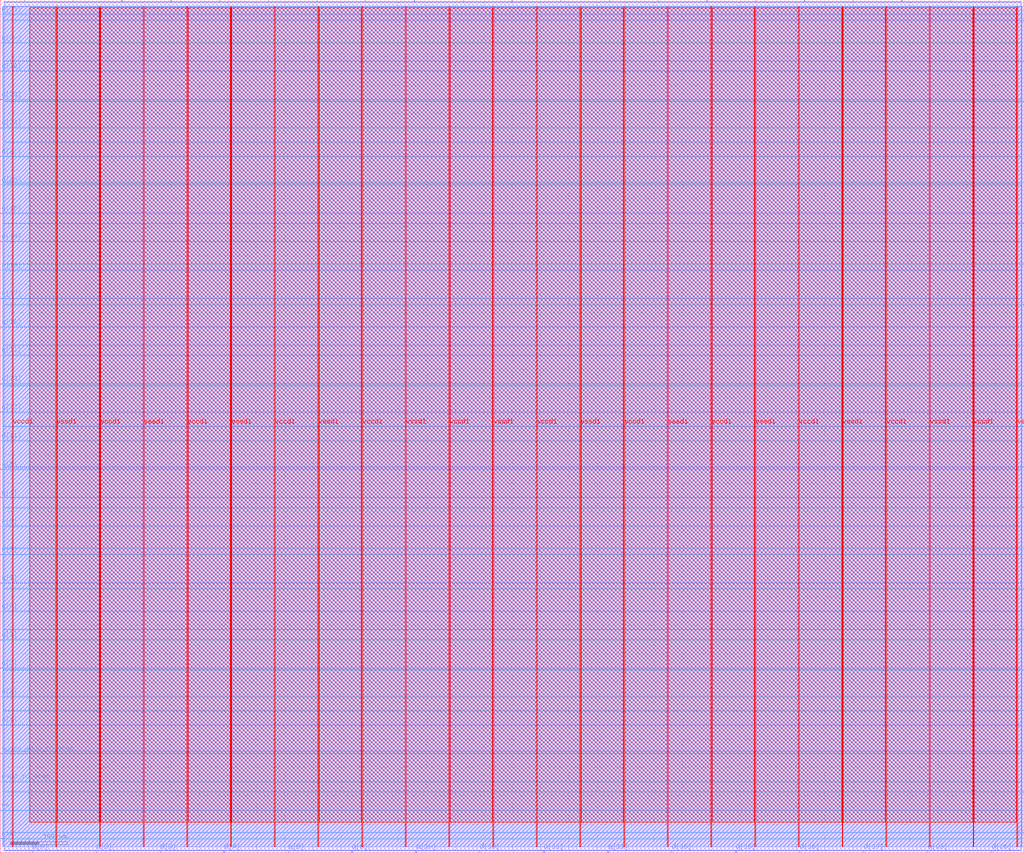
<source format=lef>
VERSION 5.7 ;
  NOWIREEXTENSIONATPIN ON ;
  DIVIDERCHAR "/" ;
  BUSBITCHARS "[]" ;
MACRO custom_sram
  CLASS BLOCK ;
  FOREIGN custom_sram ;
  ORIGIN 0.000 0.000 ;
  SIZE 1800.000 BY 1500.000 ;
  PIN a[0]
    DIRECTION INPUT ;
    USE SIGNAL ;
    PORT
      LAYER met3 ;
        RECT 1796.000 35.400 1800.000 36.000 ;
    END
  END a[0]
  PIN a[10]
    DIRECTION INPUT ;
    USE SIGNAL ;
    PORT
      LAYER met2 ;
        RECT 731.030 0.000 731.310 4.000 ;
    END
  END a[10]
  PIN a[11]
    DIRECTION INPUT ;
    USE SIGNAL ;
    PORT
      LAYER met2 ;
        RECT 955.970 0.000 956.250 4.000 ;
    END
  END a[11]
  PIN a[12]
    DIRECTION INPUT ;
    USE SIGNAL ;
    PORT
      LAYER met2 ;
        RECT 642.710 1496.000 642.990 1500.000 ;
    END
  END a[12]
  PIN a[13]
    DIRECTION INPUT ;
    USE SIGNAL ;
    PORT
      LAYER met3 ;
        RECT 1796.000 606.600 1800.000 607.200 ;
    END
  END a[13]
  PIN a[14]
    DIRECTION INPUT ;
    USE SIGNAL ;
    PORT
      LAYER met2 ;
        RECT 814.290 1496.000 814.570 1500.000 ;
    END
  END a[14]
  PIN a[15]
    DIRECTION INPUT ;
    USE SIGNAL ;
    PORT
      LAYER met3 ;
        RECT 1796.000 749.400 1800.000 750.000 ;
    END
  END a[15]
  PIN a[16]
    DIRECTION INPUT ;
    USE SIGNAL ;
    PORT
      LAYER met3 ;
        RECT 0.000 924.160 4.000 924.760 ;
    END
  END a[16]
  PIN a[17]
    DIRECTION INPUT ;
    USE SIGNAL ;
    PORT
      LAYER met3 ;
        RECT 0.000 974.480 4.000 975.080 ;
    END
  END a[17]
  PIN a[18]
    DIRECTION INPUT ;
    USE SIGNAL ;
    PORT
      LAYER met3 ;
        RECT 0.000 1024.120 4.000 1024.720 ;
    END
  END a[18]
  PIN a[19]
    DIRECTION INPUT ;
    USE SIGNAL ;
    PORT
      LAYER met3 ;
        RECT 1796.000 820.800 1800.000 821.400 ;
    END
  END a[19]
  PIN a[1]
    DIRECTION INPUT ;
    USE SIGNAL ;
    PORT
      LAYER met3 ;
        RECT 0.000 224.440 4.000 225.040 ;
    END
  END a[1]
  PIN a[2]
    DIRECTION INPUT ;
    USE SIGNAL ;
    PORT
      LAYER met3 ;
        RECT 0.000 274.080 4.000 274.680 ;
    END
  END a[2]
  PIN a[3]
    DIRECTION INPUT ;
    USE SIGNAL ;
    PORT
      LAYER met2 ;
        RECT 168.450 0.000 168.730 4.000 ;
    END
  END a[3]
  PIN a[4]
    DIRECTION INPUT ;
    USE SIGNAL ;
    PORT
      LAYER met3 ;
        RECT 1796.000 178.200 1800.000 178.800 ;
    END
  END a[4]
  PIN a[5]
    DIRECTION INPUT ;
    USE SIGNAL ;
    PORT
      LAYER met3 ;
        RECT 0.000 474.000 4.000 474.600 ;
    END
  END a[5]
  PIN a[6]
    DIRECTION INPUT ;
    USE SIGNAL ;
    PORT
      LAYER met3 ;
        RECT 0.000 573.960 4.000 574.560 ;
    END
  END a[6]
  PIN a[7]
    DIRECTION INPUT ;
    USE SIGNAL ;
    PORT
      LAYER met3 ;
        RECT 1796.000 249.600 1800.000 250.200 ;
    END
  END a[7]
  PIN a[8]
    DIRECTION INPUT ;
    USE SIGNAL ;
    PORT
      LAYER met3 ;
        RECT 0.000 673.920 4.000 674.520 ;
    END
  END a[8]
  PIN a[9]
    DIRECTION INPUT ;
    USE SIGNAL ;
    PORT
      LAYER met2 ;
        RECT 471.130 1496.000 471.410 1500.000 ;
    END
  END a[9]
  PIN clk
    DIRECTION INPUT ;
    USE SIGNAL ;
    PORT
      LAYER met3 ;
        RECT 0.000 24.520 4.000 25.120 ;
    END
  END clk
  PIN csb0_to_sram
    DIRECTION INPUT ;
    USE SIGNAL ;
    PORT
      LAYER met3 ;
        RECT 0.000 124.480 4.000 125.080 ;
    END
  END csb0_to_sram
  PIN d[0]
    DIRECTION INPUT ;
    USE SIGNAL ;
    PORT
      LAYER met2 ;
        RECT 56.210 0.000 56.490 4.000 ;
    END
  END d[0]
  PIN d[10]
    DIRECTION INPUT ;
    USE SIGNAL ;
    PORT
      LAYER met2 ;
        RECT 843.270 0.000 843.550 4.000 ;
    END
  END d[10]
  PIN d[11]
    DIRECTION INPUT ;
    USE SIGNAL ;
    PORT
      LAYER met3 ;
        RECT 0.000 724.240 4.000 724.840 ;
    END
  END d[11]
  PIN d[12]
    DIRECTION INPUT ;
    USE SIGNAL ;
    PORT
      LAYER met2 ;
        RECT 728.270 1496.000 728.550 1500.000 ;
    END
  END d[12]
  PIN d[13]
    DIRECTION INPUT ;
    USE SIGNAL ;
    PORT
      LAYER met3 ;
        RECT 0.000 824.200 4.000 824.800 ;
    END
  END d[13]
  PIN d[14]
    DIRECTION INPUT ;
    USE SIGNAL ;
    PORT
      LAYER met3 ;
        RECT 1796.000 678.000 1800.000 678.600 ;
    END
  END d[14]
  PIN d[15]
    DIRECTION INPUT ;
    USE SIGNAL ;
    PORT
      LAYER met2 ;
        RECT 1180.910 0.000 1181.190 4.000 ;
    END
  END d[15]
  PIN d[16]
    DIRECTION INPUT ;
    USE SIGNAL ;
    PORT
      LAYER met2 ;
        RECT 1405.850 0.000 1406.130 4.000 ;
    END
  END d[16]
  PIN d[17]
    DIRECTION INPUT ;
    USE SIGNAL ;
    PORT
      LAYER met2 ;
        RECT 1518.550 0.000 1518.830 4.000 ;
    END
  END d[17]
  PIN d[18]
    DIRECTION INPUT ;
    USE SIGNAL ;
    PORT
      LAYER met3 ;
        RECT 0.000 1074.440 4.000 1075.040 ;
    END
  END d[18]
  PIN d[19]
    DIRECTION INPUT ;
    USE SIGNAL ;
    PORT
      LAYER met2 ;
        RECT 1156.990 1496.000 1157.270 1500.000 ;
    END
  END d[19]
  PIN d[1]
    DIRECTION INPUT ;
    USE SIGNAL ;
    PORT
      LAYER met2 ;
        RECT 42.870 1496.000 43.150 1500.000 ;
    END
  END d[1]
  PIN d[20]
    DIRECTION INPUT ;
    USE SIGNAL ;
    PORT
      LAYER met3 ;
        RECT 0.000 1174.400 4.000 1175.000 ;
    END
  END d[20]
  PIN d[21]
    DIRECTION INPUT ;
    USE SIGNAL ;
    PORT
      LAYER met2 ;
        RECT 1328.570 1496.000 1328.850 1500.000 ;
    END
  END d[21]
  PIN d[22]
    DIRECTION INPUT ;
    USE SIGNAL ;
    PORT
      LAYER met2 ;
        RECT 1414.130 1496.000 1414.410 1500.000 ;
    END
  END d[22]
  PIN d[23]
    DIRECTION INPUT ;
    USE SIGNAL ;
    PORT
      LAYER met3 ;
        RECT 0.000 1224.040 4.000 1224.640 ;
    END
  END d[23]
  PIN d[24]
    DIRECTION INPUT ;
    USE SIGNAL ;
    PORT
      LAYER met3 ;
        RECT 0.000 1274.360 4.000 1274.960 ;
    END
  END d[24]
  PIN d[25]
    DIRECTION INPUT ;
    USE SIGNAL ;
    PORT
      LAYER met2 ;
        RECT 1499.690 1496.000 1499.970 1500.000 ;
    END
  END d[25]
  PIN d[26]
    DIRECTION INPUT ;
    USE SIGNAL ;
    PORT
      LAYER met2 ;
        RECT 1743.490 0.000 1743.770 4.000 ;
    END
  END d[26]
  PIN d[27]
    DIRECTION INPUT ;
    USE SIGNAL ;
    PORT
      LAYER met3 ;
        RECT 1796.000 1249.200 1800.000 1249.800 ;
    END
  END d[27]
  PIN d[28]
    DIRECTION INPUT ;
    USE SIGNAL ;
    PORT
      LAYER met3 ;
        RECT 0.000 1324.000 4.000 1324.600 ;
    END
  END d[28]
  PIN d[29]
    DIRECTION INPUT ;
    USE SIGNAL ;
    PORT
      LAYER met3 ;
        RECT 1796.000 1392.000 1800.000 1392.600 ;
    END
  END d[29]
  PIN d[2]
    DIRECTION INPUT ;
    USE SIGNAL ;
    PORT
      LAYER met2 ;
        RECT 213.990 1496.000 214.270 1500.000 ;
    END
  END d[2]
  PIN d[30]
    DIRECTION INPUT ;
    USE SIGNAL ;
    PORT
      LAYER met3 ;
        RECT 0.000 1374.320 4.000 1374.920 ;
    END
  END d[30]
  PIN d[31]
    DIRECTION INPUT ;
    USE SIGNAL ;
    PORT
      LAYER met3 ;
        RECT 0.000 1474.280 4.000 1474.880 ;
    END
  END d[31]
  PIN d[3]
    DIRECTION INPUT ;
    USE SIGNAL ;
    PORT
      LAYER met2 ;
        RECT 281.150 0.000 281.430 4.000 ;
    END
  END d[3]
  PIN d[4]
    DIRECTION INPUT ;
    USE SIGNAL ;
    PORT
      LAYER met2 ;
        RECT 393.390 0.000 393.670 4.000 ;
    END
  END d[4]
  PIN d[5]
    DIRECTION INPUT ;
    USE SIGNAL ;
    PORT
      LAYER met3 ;
        RECT 0.000 524.320 4.000 524.920 ;
    END
  END d[5]
  PIN d[6]
    DIRECTION INPUT ;
    USE SIGNAL ;
    PORT
      LAYER met2 ;
        RECT 300.010 1496.000 300.290 1500.000 ;
    END
  END d[6]
  PIN d[7]
    DIRECTION INPUT ;
    USE SIGNAL ;
    PORT
      LAYER met3 ;
        RECT 1796.000 321.000 1800.000 321.600 ;
    END
  END d[7]
  PIN d[8]
    DIRECTION INPUT ;
    USE SIGNAL ;
    PORT
      LAYER met2 ;
        RECT 385.570 1496.000 385.850 1500.000 ;
    END
  END d[8]
  PIN d[9]
    DIRECTION INPUT ;
    USE SIGNAL ;
    PORT
      LAYER met2 ;
        RECT 557.150 1496.000 557.430 1500.000 ;
    END
  END d[9]
  PIN q[0]
    DIRECTION OUTPUT TRISTATE ;
    USE SIGNAL ;
    PORT
      LAYER met3 ;
        RECT 1796.000 106.800 1800.000 107.400 ;
    END
  END q[0]
  PIN q[10]
    DIRECTION OUTPUT TRISTATE ;
    USE SIGNAL ;
    PORT
      LAYER met3 ;
        RECT 1796.000 535.200 1800.000 535.800 ;
    END
  END q[10]
  PIN q[11]
    DIRECTION OUTPUT TRISTATE ;
    USE SIGNAL ;
    PORT
      LAYER met2 ;
        RECT 1068.670 0.000 1068.950 4.000 ;
    END
  END q[11]
  PIN q[12]
    DIRECTION OUTPUT TRISTATE ;
    USE SIGNAL ;
    PORT
      LAYER met3 ;
        RECT 0.000 774.560 4.000 775.160 ;
    END
  END q[12]
  PIN q[13]
    DIRECTION OUTPUT TRISTATE ;
    USE SIGNAL ;
    PORT
      LAYER met3 ;
        RECT 0.000 874.520 4.000 875.120 ;
    END
  END q[13]
  PIN q[14]
    DIRECTION OUTPUT TRISTATE ;
    USE SIGNAL ;
    PORT
      LAYER met2 ;
        RECT 899.850 1496.000 900.130 1500.000 ;
    END
  END q[14]
  PIN q[15]
    DIRECTION OUTPUT TRISTATE ;
    USE SIGNAL ;
    PORT
      LAYER met2 ;
        RECT 1293.610 0.000 1293.890 4.000 ;
    END
  END q[15]
  PIN q[16]
    DIRECTION OUTPUT TRISTATE ;
    USE SIGNAL ;
    PORT
      LAYER met2 ;
        RECT 985.410 1496.000 985.690 1500.000 ;
    END
  END q[16]
  PIN q[17]
    DIRECTION OUTPUT TRISTATE ;
    USE SIGNAL ;
    PORT
      LAYER met2 ;
        RECT 1071.430 1496.000 1071.710 1500.000 ;
    END
  END q[17]
  PIN q[18]
    DIRECTION OUTPUT TRISTATE ;
    USE SIGNAL ;
    PORT
      LAYER met3 ;
        RECT 0.000 1124.080 4.000 1124.680 ;
    END
  END q[18]
  PIN q[19]
    DIRECTION OUTPUT TRISTATE ;
    USE SIGNAL ;
    PORT
      LAYER met2 ;
        RECT 1242.550 1496.000 1242.830 1500.000 ;
    END
  END q[19]
  PIN q[1]
    DIRECTION OUTPUT TRISTATE ;
    USE SIGNAL ;
    PORT
      LAYER met2 ;
        RECT 128.430 1496.000 128.710 1500.000 ;
    END
  END q[1]
  PIN q[20]
    DIRECTION OUTPUT TRISTATE ;
    USE SIGNAL ;
    PORT
      LAYER met3 ;
        RECT 1796.000 892.200 1800.000 892.800 ;
    END
  END q[20]
  PIN q[21]
    DIRECTION OUTPUT TRISTATE ;
    USE SIGNAL ;
    PORT
      LAYER met3 ;
        RECT 1796.000 963.600 1800.000 964.200 ;
    END
  END q[21]
  PIN q[22]
    DIRECTION OUTPUT TRISTATE ;
    USE SIGNAL ;
    PORT
      LAYER met3 ;
        RECT 1796.000 1035.000 1800.000 1035.600 ;
    END
  END q[22]
  PIN q[23]
    DIRECTION OUTPUT TRISTATE ;
    USE SIGNAL ;
    PORT
      LAYER met2 ;
        RECT 1630.790 0.000 1631.070 4.000 ;
    END
  END q[23]
  PIN q[24]
    DIRECTION OUTPUT TRISTATE ;
    USE SIGNAL ;
    PORT
      LAYER met3 ;
        RECT 1796.000 1106.400 1800.000 1107.000 ;
    END
  END q[24]
  PIN q[25]
    DIRECTION OUTPUT TRISTATE ;
    USE SIGNAL ;
    PORT
      LAYER met2 ;
        RECT 1585.710 1496.000 1585.990 1500.000 ;
    END
  END q[25]
  PIN q[26]
    DIRECTION OUTPUT TRISTATE ;
    USE SIGNAL ;
    PORT
      LAYER met3 ;
        RECT 1796.000 1177.800 1800.000 1178.400 ;
    END
  END q[26]
  PIN q[27]
    DIRECTION OUTPUT TRISTATE ;
    USE SIGNAL ;
    PORT
      LAYER met3 ;
        RECT 1796.000 1320.600 1800.000 1321.200 ;
    END
  END q[27]
  PIN q[28]
    DIRECTION OUTPUT TRISTATE ;
    USE SIGNAL ;
    PORT
      LAYER met2 ;
        RECT 1671.270 1496.000 1671.550 1500.000 ;
    END
  END q[28]
  PIN q[29]
    DIRECTION OUTPUT TRISTATE ;
    USE SIGNAL ;
    PORT
      LAYER met2 ;
        RECT 1756.830 1496.000 1757.110 1500.000 ;
    END
  END q[29]
  PIN q[2]
    DIRECTION OUTPUT TRISTATE ;
    USE SIGNAL ;
    PORT
      LAYER met3 ;
        RECT 0.000 324.400 4.000 325.000 ;
    END
  END q[2]
  PIN q[30]
    DIRECTION OUTPUT TRISTATE ;
    USE SIGNAL ;
    PORT
      LAYER met3 ;
        RECT 0.000 1423.960 4.000 1424.560 ;
    END
  END q[30]
  PIN q[31]
    DIRECTION OUTPUT TRISTATE ;
    USE SIGNAL ;
    PORT
      LAYER met3 ;
        RECT 1796.000 1463.400 1800.000 1464.000 ;
    END
  END q[31]
  PIN q[3]
    DIRECTION OUTPUT TRISTATE ;
    USE SIGNAL ;
    PORT
      LAYER met3 ;
        RECT 0.000 374.040 4.000 374.640 ;
    END
  END q[3]
  PIN q[4]
    DIRECTION OUTPUT TRISTATE ;
    USE SIGNAL ;
    PORT
      LAYER met3 ;
        RECT 0.000 424.360 4.000 424.960 ;
    END
  END q[4]
  PIN q[5]
    DIRECTION OUTPUT TRISTATE ;
    USE SIGNAL ;
    PORT
      LAYER met2 ;
        RECT 506.090 0.000 506.370 4.000 ;
    END
  END q[5]
  PIN q[6]
    DIRECTION OUTPUT TRISTATE ;
    USE SIGNAL ;
    PORT
      LAYER met3 ;
        RECT 0.000 624.280 4.000 624.880 ;
    END
  END q[6]
  PIN q[7]
    DIRECTION OUTPUT TRISTATE ;
    USE SIGNAL ;
    PORT
      LAYER met3 ;
        RECT 1796.000 392.400 1800.000 393.000 ;
    END
  END q[7]
  PIN q[8]
    DIRECTION OUTPUT TRISTATE ;
    USE SIGNAL ;
    PORT
      LAYER met2 ;
        RECT 618.330 0.000 618.610 4.000 ;
    END
  END q[8]
  PIN q[9]
    DIRECTION OUTPUT TRISTATE ;
    USE SIGNAL ;
    PORT
      LAYER met3 ;
        RECT 1796.000 463.800 1800.000 464.400 ;
    END
  END q[9]
  PIN spare_wen0_to_sram
    DIRECTION INPUT ;
    USE SIGNAL ;
    PORT
      LAYER met3 ;
        RECT 0.000 174.120 4.000 174.720 ;
    END
  END spare_wen0_to_sram
  PIN vccd1
    DIRECTION INPUT ;
    USE POWER ;
    PORT
      LAYER met4 ;
        RECT 21.040 10.640 22.640 1488.080 ;
    END
    PORT
      LAYER met4 ;
        RECT 174.640 10.640 176.240 1488.080 ;
    END
    PORT
      LAYER met4 ;
        RECT 328.240 10.640 329.840 1488.080 ;
    END
    PORT
      LAYER met4 ;
        RECT 481.840 10.640 483.440 1488.080 ;
    END
    PORT
      LAYER met4 ;
        RECT 635.440 10.640 637.040 1488.080 ;
    END
    PORT
      LAYER met4 ;
        RECT 789.040 10.640 790.640 1488.080 ;
    END
    PORT
      LAYER met4 ;
        RECT 942.640 10.640 944.240 1488.080 ;
    END
    PORT
      LAYER met4 ;
        RECT 1096.240 10.640 1097.840 1488.080 ;
    END
    PORT
      LAYER met4 ;
        RECT 1249.840 10.640 1251.440 1488.080 ;
    END
    PORT
      LAYER met4 ;
        RECT 1403.440 10.640 1405.040 1488.080 ;
    END
    PORT
      LAYER met4 ;
        RECT 1557.040 10.640 1558.640 1488.080 ;
    END
    PORT
      LAYER met4 ;
        RECT 1710.640 10.640 1712.240 1488.080 ;
    END
  END vccd1
  PIN vssd1
    DIRECTION INPUT ;
    USE GROUND ;
    PORT
      LAYER met4 ;
        RECT 97.840 10.640 99.440 1488.080 ;
    END
    PORT
      LAYER met4 ;
        RECT 251.440 10.640 253.040 1488.080 ;
    END
    PORT
      LAYER met4 ;
        RECT 405.040 10.640 406.640 1488.080 ;
    END
    PORT
      LAYER met4 ;
        RECT 558.640 10.640 560.240 1488.080 ;
    END
    PORT
      LAYER met4 ;
        RECT 712.240 10.640 713.840 1488.080 ;
    END
    PORT
      LAYER met4 ;
        RECT 865.840 10.640 867.440 1488.080 ;
    END
    PORT
      LAYER met4 ;
        RECT 1019.440 10.640 1021.040 1488.080 ;
    END
    PORT
      LAYER met4 ;
        RECT 1173.040 10.640 1174.640 1488.080 ;
    END
    PORT
      LAYER met4 ;
        RECT 1326.640 10.640 1328.240 1488.080 ;
    END
    PORT
      LAYER met4 ;
        RECT 1480.240 10.640 1481.840 1488.080 ;
    END
    PORT
      LAYER met4 ;
        RECT 1633.840 10.640 1635.440 1488.080 ;
    END
    PORT
      LAYER met4 ;
        RECT 1787.440 10.640 1789.040 1488.080 ;
    END
  END vssd1
  PIN we
    DIRECTION INPUT ;
    USE SIGNAL ;
    PORT
      LAYER met3 ;
        RECT 0.000 74.160 4.000 74.760 ;
    END
  END we
  OBS
      LAYER li1 ;
        RECT 5.520 10.795 1797.075 1487.925 ;
      LAYER met1 ;
        RECT 5.520 10.240 1797.135 1488.820 ;
      LAYER met2 ;
        RECT 6.600 1495.720 42.590 1496.410 ;
        RECT 43.430 1495.720 128.150 1496.410 ;
        RECT 128.990 1495.720 213.710 1496.410 ;
        RECT 214.550 1495.720 299.730 1496.410 ;
        RECT 300.570 1495.720 385.290 1496.410 ;
        RECT 386.130 1495.720 470.850 1496.410 ;
        RECT 471.690 1495.720 556.870 1496.410 ;
        RECT 557.710 1495.720 642.430 1496.410 ;
        RECT 643.270 1495.720 727.990 1496.410 ;
        RECT 728.830 1495.720 814.010 1496.410 ;
        RECT 814.850 1495.720 899.570 1496.410 ;
        RECT 900.410 1495.720 985.130 1496.410 ;
        RECT 985.970 1495.720 1071.150 1496.410 ;
        RECT 1071.990 1495.720 1156.710 1496.410 ;
        RECT 1157.550 1495.720 1242.270 1496.410 ;
        RECT 1243.110 1495.720 1328.290 1496.410 ;
        RECT 1329.130 1495.720 1413.850 1496.410 ;
        RECT 1414.690 1495.720 1499.410 1496.410 ;
        RECT 1500.250 1495.720 1585.430 1496.410 ;
        RECT 1586.270 1495.720 1670.990 1496.410 ;
        RECT 1671.830 1495.720 1756.550 1496.410 ;
        RECT 1757.390 1495.720 1795.290 1496.410 ;
        RECT 6.600 4.280 1795.290 1495.720 ;
        RECT 6.600 3.670 55.930 4.280 ;
        RECT 56.770 3.670 168.170 4.280 ;
        RECT 169.010 3.670 280.870 4.280 ;
        RECT 281.710 3.670 393.110 4.280 ;
        RECT 393.950 3.670 505.810 4.280 ;
        RECT 506.650 3.670 618.050 4.280 ;
        RECT 618.890 3.670 730.750 4.280 ;
        RECT 731.590 3.670 842.990 4.280 ;
        RECT 843.830 3.670 955.690 4.280 ;
        RECT 956.530 3.670 1068.390 4.280 ;
        RECT 1069.230 3.670 1180.630 4.280 ;
        RECT 1181.470 3.670 1293.330 4.280 ;
        RECT 1294.170 3.670 1405.570 4.280 ;
        RECT 1406.410 3.670 1518.270 4.280 ;
        RECT 1519.110 3.670 1630.510 4.280 ;
        RECT 1631.350 3.670 1743.210 4.280 ;
        RECT 1744.050 3.670 1795.290 4.280 ;
      LAYER met3 ;
        RECT 4.000 1475.280 1796.000 1488.005 ;
        RECT 4.400 1473.880 1796.000 1475.280 ;
        RECT 4.000 1464.400 1796.000 1473.880 ;
        RECT 4.000 1463.000 1795.600 1464.400 ;
        RECT 4.000 1424.960 1796.000 1463.000 ;
        RECT 4.400 1423.560 1796.000 1424.960 ;
        RECT 4.000 1393.000 1796.000 1423.560 ;
        RECT 4.000 1391.600 1795.600 1393.000 ;
        RECT 4.000 1375.320 1796.000 1391.600 ;
        RECT 4.400 1373.920 1796.000 1375.320 ;
        RECT 4.000 1325.000 1796.000 1373.920 ;
        RECT 4.400 1323.600 1796.000 1325.000 ;
        RECT 4.000 1321.600 1796.000 1323.600 ;
        RECT 4.000 1320.200 1795.600 1321.600 ;
        RECT 4.000 1275.360 1796.000 1320.200 ;
        RECT 4.400 1273.960 1796.000 1275.360 ;
        RECT 4.000 1250.200 1796.000 1273.960 ;
        RECT 4.000 1248.800 1795.600 1250.200 ;
        RECT 4.000 1225.040 1796.000 1248.800 ;
        RECT 4.400 1223.640 1796.000 1225.040 ;
        RECT 4.000 1178.800 1796.000 1223.640 ;
        RECT 4.000 1177.400 1795.600 1178.800 ;
        RECT 4.000 1175.400 1796.000 1177.400 ;
        RECT 4.400 1174.000 1796.000 1175.400 ;
        RECT 4.000 1125.080 1796.000 1174.000 ;
        RECT 4.400 1123.680 1796.000 1125.080 ;
        RECT 4.000 1107.400 1796.000 1123.680 ;
        RECT 4.000 1106.000 1795.600 1107.400 ;
        RECT 4.000 1075.440 1796.000 1106.000 ;
        RECT 4.400 1074.040 1796.000 1075.440 ;
        RECT 4.000 1036.000 1796.000 1074.040 ;
        RECT 4.000 1034.600 1795.600 1036.000 ;
        RECT 4.000 1025.120 1796.000 1034.600 ;
        RECT 4.400 1023.720 1796.000 1025.120 ;
        RECT 4.000 975.480 1796.000 1023.720 ;
        RECT 4.400 974.080 1796.000 975.480 ;
        RECT 4.000 964.600 1796.000 974.080 ;
        RECT 4.000 963.200 1795.600 964.600 ;
        RECT 4.000 925.160 1796.000 963.200 ;
        RECT 4.400 923.760 1796.000 925.160 ;
        RECT 4.000 893.200 1796.000 923.760 ;
        RECT 4.000 891.800 1795.600 893.200 ;
        RECT 4.000 875.520 1796.000 891.800 ;
        RECT 4.400 874.120 1796.000 875.520 ;
        RECT 4.000 825.200 1796.000 874.120 ;
        RECT 4.400 823.800 1796.000 825.200 ;
        RECT 4.000 821.800 1796.000 823.800 ;
        RECT 4.000 820.400 1795.600 821.800 ;
        RECT 4.000 775.560 1796.000 820.400 ;
        RECT 4.400 774.160 1796.000 775.560 ;
        RECT 4.000 750.400 1796.000 774.160 ;
        RECT 4.000 749.000 1795.600 750.400 ;
        RECT 4.000 725.240 1796.000 749.000 ;
        RECT 4.400 723.840 1796.000 725.240 ;
        RECT 4.000 679.000 1796.000 723.840 ;
        RECT 4.000 677.600 1795.600 679.000 ;
        RECT 4.000 674.920 1796.000 677.600 ;
        RECT 4.400 673.520 1796.000 674.920 ;
        RECT 4.000 625.280 1796.000 673.520 ;
        RECT 4.400 623.880 1796.000 625.280 ;
        RECT 4.000 607.600 1796.000 623.880 ;
        RECT 4.000 606.200 1795.600 607.600 ;
        RECT 4.000 574.960 1796.000 606.200 ;
        RECT 4.400 573.560 1796.000 574.960 ;
        RECT 4.000 536.200 1796.000 573.560 ;
        RECT 4.000 534.800 1795.600 536.200 ;
        RECT 4.000 525.320 1796.000 534.800 ;
        RECT 4.400 523.920 1796.000 525.320 ;
        RECT 4.000 475.000 1796.000 523.920 ;
        RECT 4.400 473.600 1796.000 475.000 ;
        RECT 4.000 464.800 1796.000 473.600 ;
        RECT 4.000 463.400 1795.600 464.800 ;
        RECT 4.000 425.360 1796.000 463.400 ;
        RECT 4.400 423.960 1796.000 425.360 ;
        RECT 4.000 393.400 1796.000 423.960 ;
        RECT 4.000 392.000 1795.600 393.400 ;
        RECT 4.000 375.040 1796.000 392.000 ;
        RECT 4.400 373.640 1796.000 375.040 ;
        RECT 4.000 325.400 1796.000 373.640 ;
        RECT 4.400 324.000 1796.000 325.400 ;
        RECT 4.000 322.000 1796.000 324.000 ;
        RECT 4.000 320.600 1795.600 322.000 ;
        RECT 4.000 275.080 1796.000 320.600 ;
        RECT 4.400 273.680 1796.000 275.080 ;
        RECT 4.000 250.600 1796.000 273.680 ;
        RECT 4.000 249.200 1795.600 250.600 ;
        RECT 4.000 225.440 1796.000 249.200 ;
        RECT 4.400 224.040 1796.000 225.440 ;
        RECT 4.000 179.200 1796.000 224.040 ;
        RECT 4.000 177.800 1795.600 179.200 ;
        RECT 4.000 175.120 1796.000 177.800 ;
        RECT 4.400 173.720 1796.000 175.120 ;
        RECT 4.000 125.480 1796.000 173.720 ;
        RECT 4.400 124.080 1796.000 125.480 ;
        RECT 4.000 107.800 1796.000 124.080 ;
        RECT 4.000 106.400 1795.600 107.800 ;
        RECT 4.000 75.160 1796.000 106.400 ;
        RECT 4.400 73.760 1796.000 75.160 ;
        RECT 4.000 36.400 1796.000 73.760 ;
        RECT 4.000 35.000 1795.600 36.400 ;
        RECT 4.000 25.520 1796.000 35.000 ;
        RECT 4.400 24.120 1796.000 25.520 ;
        RECT 4.000 10.715 1796.000 24.120 ;
      LAYER met4 ;
        RECT 51.815 53.895 97.440 1486.305 ;
        RECT 99.840 53.895 174.240 1486.305 ;
        RECT 176.640 53.895 251.040 1486.305 ;
        RECT 253.440 53.895 327.840 1486.305 ;
        RECT 330.240 53.895 404.640 1486.305 ;
        RECT 407.040 53.895 481.440 1486.305 ;
        RECT 483.840 53.895 558.240 1486.305 ;
        RECT 560.640 53.895 635.040 1486.305 ;
        RECT 637.440 53.895 711.840 1486.305 ;
        RECT 714.240 53.895 788.640 1486.305 ;
        RECT 791.040 53.895 865.440 1486.305 ;
        RECT 867.840 53.895 942.240 1486.305 ;
        RECT 944.640 53.895 1019.040 1486.305 ;
        RECT 1021.440 53.895 1095.840 1486.305 ;
        RECT 1098.240 53.895 1172.640 1486.305 ;
        RECT 1175.040 53.895 1249.440 1486.305 ;
        RECT 1251.840 53.895 1326.240 1486.305 ;
        RECT 1328.640 53.895 1403.040 1486.305 ;
        RECT 1405.440 53.895 1479.840 1486.305 ;
        RECT 1482.240 53.895 1556.640 1486.305 ;
        RECT 1559.040 53.895 1633.440 1486.305 ;
        RECT 1635.840 53.895 1710.240 1486.305 ;
        RECT 1712.640 53.895 1786.345 1486.305 ;
  END
END custom_sram
END LIBRARY


</source>
